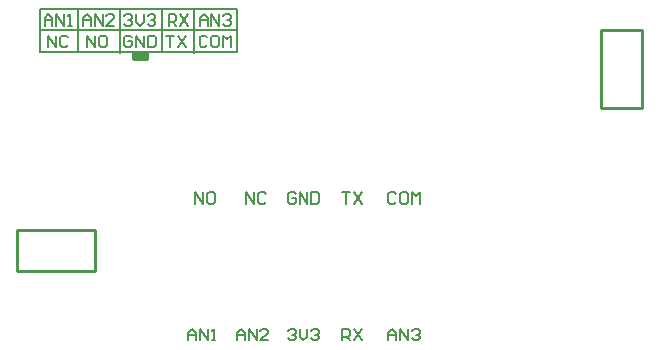
<source format=gto>
G04*
G04 #@! TF.GenerationSoftware,Altium Limited,CircuitStudio,1.5.2 (30)*
G04*
G04 Layer_Color=65535*
%FSLAX25Y25*%
%MOIN*%
G70*
G01*
G75*
%ADD14C,0.00787*%
%ADD28C,0.01000*%
%ADD31C,0.00984*%
%ADD32R,0.04488X0.01929*%
D14*
X83780Y105433D02*
Y119921D01*
X72992Y105512D02*
Y120000D01*
X58898Y105472D02*
Y119961D01*
X44882Y105512D02*
Y120000D01*
X97913Y112677D02*
Y120000D01*
X32520D02*
X97913D01*
X32520Y105512D02*
Y120000D01*
Y105512D02*
X97913D01*
Y112835D01*
X32638D02*
X97913D01*
X84095Y55039D02*
Y58975D01*
X86718Y55039D01*
Y58975D01*
X89998D02*
X88686D01*
X88030Y58319D01*
Y55695D01*
X88686Y55039D01*
X89998D01*
X90654Y55695D01*
Y58319D01*
X89998Y58975D01*
X101024Y55039D02*
Y58975D01*
X103647Y55039D01*
Y58975D01*
X107583Y58319D02*
X106927Y58975D01*
X105615D01*
X104959Y58319D01*
Y55695D01*
X105615Y55039D01*
X106927D01*
X107583Y55695D01*
X117585Y58319D02*
X116929Y58975D01*
X115617D01*
X114961Y58319D01*
Y55695D01*
X115617Y55039D01*
X116929D01*
X117585Y55695D01*
Y57007D01*
X116273D01*
X118896Y55039D02*
Y58975D01*
X121520Y55039D01*
Y58975D01*
X122832D02*
Y55039D01*
X124800D01*
X125456Y55695D01*
Y58319D01*
X124800Y58975D01*
X122832D01*
X132992Y58936D02*
X135616D01*
X134304D01*
Y55000D01*
X136928Y58936D02*
X139552Y55000D01*
Y58936D02*
X136928Y55000D01*
X151010Y58319D02*
X150354Y58975D01*
X149042D01*
X148386Y58319D01*
Y55695D01*
X149042Y55039D01*
X150354D01*
X151010Y55695D01*
X154289Y58975D02*
X152978D01*
X152322Y58319D01*
Y55695D01*
X152978Y55039D01*
X154289D01*
X154945Y55695D01*
Y58319D01*
X154289Y58975D01*
X156257Y55039D02*
Y58975D01*
X157569Y57663D01*
X158881Y58975D01*
Y55039D01*
X81693Y9488D02*
Y12112D01*
X83005Y13424D01*
X84317Y12112D01*
Y9488D01*
Y11456D01*
X81693D01*
X85629Y9488D02*
Y13424D01*
X88253Y9488D01*
Y13424D01*
X89564Y9488D02*
X90876D01*
X90220D01*
Y13424D01*
X89564Y12768D01*
X97992Y9488D02*
Y12112D01*
X99304Y13424D01*
X100616Y12112D01*
Y9488D01*
Y11456D01*
X97992D01*
X101928Y9488D02*
Y13424D01*
X104552Y9488D01*
Y13424D01*
X108487Y9488D02*
X105864D01*
X108487Y12112D01*
Y12768D01*
X107832Y13424D01*
X106520D01*
X105864Y12768D01*
X114961D02*
X115617Y13424D01*
X116929D01*
X117585Y12768D01*
Y12112D01*
X116929Y11456D01*
X116273D01*
X116929D01*
X117585Y10800D01*
Y10144D01*
X116929Y9488D01*
X115617D01*
X114961Y10144D01*
X118896Y13424D02*
Y10800D01*
X120208Y9488D01*
X121520Y10800D01*
Y13424D01*
X122832Y12768D02*
X123488Y13424D01*
X124800D01*
X125456Y12768D01*
Y12112D01*
X124800Y11456D01*
X124144D01*
X124800D01*
X125456Y10800D01*
Y10144D01*
X124800Y9488D01*
X123488D01*
X122832Y10144D01*
X132992Y9488D02*
Y13424D01*
X134960D01*
X135616Y12768D01*
Y11456D01*
X134960Y10800D01*
X132992D01*
X134304D02*
X135616Y9488D01*
X136928Y13424D02*
X139552Y9488D01*
Y13424D02*
X136928Y9488D01*
X148386D02*
Y12112D01*
X149698Y13424D01*
X151010Y12112D01*
Y9488D01*
Y11456D01*
X148386D01*
X152322Y9488D02*
Y13424D01*
X154945Y9488D01*
Y13424D01*
X156257Y12768D02*
X156913Y13424D01*
X158225D01*
X158881Y12768D01*
Y12112D01*
X158225Y11456D01*
X157569D01*
X158225D01*
X158881Y10800D01*
Y10144D01*
X158225Y9488D01*
X156913D01*
X156257Y10144D01*
X33898Y114331D02*
Y116955D01*
X35210Y118266D01*
X36521Y116955D01*
Y114331D01*
Y116299D01*
X33898D01*
X37833Y114331D02*
Y118266D01*
X40457Y114331D01*
Y118266D01*
X41769Y114331D02*
X43081D01*
X42425D01*
Y118266D01*
X41769Y117611D01*
X46654Y114331D02*
Y116955D01*
X47965Y118266D01*
X49277Y116955D01*
Y114331D01*
Y116299D01*
X46654D01*
X50589Y114331D02*
Y118266D01*
X53213Y114331D01*
Y118266D01*
X57149Y114331D02*
X54525D01*
X57149Y116955D01*
Y117611D01*
X56493Y118266D01*
X55181D01*
X54525Y117611D01*
X60354D02*
X61010Y118266D01*
X62322D01*
X62978Y117611D01*
Y116955D01*
X62322Y116299D01*
X61666D01*
X62322D01*
X62978Y115643D01*
Y114987D01*
X62322Y114331D01*
X61010D01*
X60354Y114987D01*
X64290Y118266D02*
Y115643D01*
X65602Y114331D01*
X66914Y115643D01*
Y118266D01*
X68226Y117611D02*
X68882Y118266D01*
X70194D01*
X70850Y117611D01*
Y116955D01*
X70194Y116299D01*
X69538D01*
X70194D01*
X70850Y115643D01*
Y114987D01*
X70194Y114331D01*
X68882D01*
X68226Y114987D01*
X75236Y114331D02*
Y118266D01*
X77204D01*
X77860Y117611D01*
Y116299D01*
X77204Y115643D01*
X75236D01*
X76548D02*
X77860Y114331D01*
X79172Y118266D02*
X81796Y114331D01*
Y118266D02*
X79172Y114331D01*
X85590D02*
Y116955D01*
X86902Y118266D01*
X88214Y116955D01*
Y114331D01*
Y116299D01*
X85590D01*
X89526Y114331D02*
Y118266D01*
X92150Y114331D01*
Y118266D01*
X93462Y117611D02*
X94118Y118266D01*
X95430D01*
X96086Y117611D01*
Y116955D01*
X95430Y116299D01*
X94774D01*
X95430D01*
X96086Y115643D01*
Y114987D01*
X95430Y114331D01*
X94118D01*
X93462Y114987D01*
X74528Y111141D02*
X77151D01*
X75840D01*
Y107205D01*
X78463Y111141D02*
X81087Y107205D01*
Y111141D02*
X78463Y107205D01*
X88175Y110485D02*
X87519Y111141D01*
X86207D01*
X85551Y110485D01*
Y107861D01*
X86207Y107205D01*
X87519D01*
X88175Y107861D01*
X91455Y111141D02*
X90143D01*
X89487Y110485D01*
Y107861D01*
X90143Y107205D01*
X91455D01*
X92111Y107861D01*
Y110485D01*
X91455Y111141D01*
X93423Y107205D02*
Y111141D01*
X94735Y109828D01*
X96047Y111141D01*
Y107205D01*
X63057Y110485D02*
X62401Y111141D01*
X61089D01*
X60433Y110485D01*
Y107861D01*
X61089Y107205D01*
X62401D01*
X63057Y107861D01*
Y109173D01*
X61745D01*
X64369Y107205D02*
Y111141D01*
X66993Y107205D01*
Y111141D01*
X68305D02*
Y107205D01*
X70272D01*
X70928Y107861D01*
Y110485D01*
X70272Y111141D01*
X68305D01*
X48189Y107205D02*
Y111141D01*
X50813Y107205D01*
Y111141D01*
X54093D02*
X52781D01*
X52125Y110485D01*
Y107861D01*
X52781Y107205D01*
X54093D01*
X54748Y107861D01*
Y110485D01*
X54093Y111141D01*
X35079Y107205D02*
Y111141D01*
X37703Y107205D01*
Y111141D01*
X41638Y110485D02*
X40982Y111141D01*
X39670D01*
X39015Y110485D01*
Y107861D01*
X39670Y107205D01*
X40982D01*
X41638Y107861D01*
D28*
X50780Y32748D02*
Y46248D01*
X24780Y32748D02*
Y46248D01*
X24935Y32748D02*
X50780D01*
X24780Y32904D02*
X24935Y32748D01*
X24780Y46248D02*
X50624D01*
X50780Y46093D01*
X219532Y112845D02*
X219687Y113000D01*
X219532Y87000D02*
Y112845D01*
X232876Y87000D02*
X233032Y87155D01*
Y113000D01*
X219532Y87000D02*
X233032D01*
X219532Y113000D02*
X233032D01*
D31*
X63504Y103386D02*
Y105236D01*
X68150Y103386D02*
Y105276D01*
X63504Y103386D02*
X68150D01*
D32*
X65827Y104587D02*
D03*
M02*

</source>
